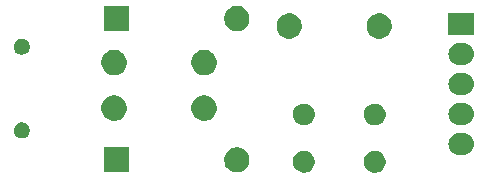
<source format=gbs>
%TF.GenerationSoftware,KiCad,Pcbnew,4.0.4+e1-6308~48~ubuntu14.04.1-stable*%
%TF.CreationDate,2016-11-21T12:40:55-08:00*%
%TF.ProjectId,usb-breakout,7573622D627265616B6F75742E6B6963,rev?*%
%TF.FileFunction,Soldermask,Bot*%
%FSLAX46Y46*%
G04 Gerber Fmt 4.6, Leading zero omitted, Abs format (unit mm)*
G04 Created by KiCad (PCBNEW 4.0.4+e1-6308~48~ubuntu14.04.1-stable) date Mon Nov 21 12:40:55 2016*
%MOMM*%
%LPD*%
G01*
G04 APERTURE LIST*
%ADD10C,0.350000*%
G04 APERTURE END LIST*
D10*
G36*
X131422386Y-104534715D02*
X131600307Y-104571237D01*
X131767758Y-104641627D01*
X131918341Y-104743197D01*
X132046329Y-104872081D01*
X132146843Y-105023369D01*
X132216062Y-105191305D01*
X132251272Y-105369127D01*
X132251272Y-105369142D01*
X132251339Y-105369481D01*
X132248442Y-105576945D01*
X132248366Y-105577279D01*
X132248366Y-105577292D01*
X132208202Y-105754072D01*
X132134326Y-105920002D01*
X132029623Y-106068427D01*
X131898085Y-106193688D01*
X131744723Y-106291016D01*
X131575379Y-106356700D01*
X131396503Y-106388241D01*
X131214904Y-106384436D01*
X131037502Y-106345432D01*
X130871055Y-106272713D01*
X130721907Y-106169053D01*
X130595731Y-106038394D01*
X130497336Y-105885713D01*
X130430468Y-105716827D01*
X130397681Y-105538180D01*
X130400216Y-105356559D01*
X130437982Y-105178888D01*
X130509535Y-105011940D01*
X130612155Y-104862068D01*
X130741929Y-104734984D01*
X130893919Y-104635525D01*
X131062331Y-104567482D01*
X131240748Y-104533447D01*
X131422386Y-104534715D01*
X131422386Y-104534715D01*
G37*
G36*
X137422386Y-104534715D02*
X137600307Y-104571237D01*
X137767758Y-104641627D01*
X137918341Y-104743197D01*
X138046329Y-104872081D01*
X138146843Y-105023369D01*
X138216062Y-105191305D01*
X138251272Y-105369127D01*
X138251272Y-105369142D01*
X138251339Y-105369481D01*
X138248442Y-105576945D01*
X138248366Y-105577279D01*
X138248366Y-105577292D01*
X138208202Y-105754072D01*
X138134326Y-105920002D01*
X138029623Y-106068427D01*
X137898085Y-106193688D01*
X137744723Y-106291016D01*
X137575379Y-106356700D01*
X137396503Y-106388241D01*
X137214904Y-106384436D01*
X137037502Y-106345432D01*
X136871055Y-106272713D01*
X136721907Y-106169053D01*
X136595731Y-106038394D01*
X136497336Y-105885713D01*
X136430468Y-105716827D01*
X136397681Y-105538180D01*
X136400216Y-105356559D01*
X136437982Y-105178888D01*
X136509535Y-105011940D01*
X136612155Y-104862068D01*
X136741929Y-104734984D01*
X136893919Y-104635525D01*
X137062331Y-104567482D01*
X137240748Y-104533447D01*
X137422386Y-104534715D01*
X137422386Y-104534715D01*
G37*
G36*
X125754088Y-104220724D02*
X125960726Y-104263141D01*
X126155204Y-104344892D01*
X126330091Y-104462855D01*
X126478736Y-104612541D01*
X126595475Y-104788248D01*
X126675863Y-104983284D01*
X126716769Y-105189874D01*
X126716769Y-105189884D01*
X126716836Y-105190223D01*
X126713472Y-105431172D01*
X126713395Y-105431510D01*
X126713395Y-105431519D01*
X126666737Y-105636887D01*
X126580936Y-105829599D01*
X126459334Y-106001980D01*
X126306566Y-106147459D01*
X126128453Y-106260493D01*
X125931772Y-106336780D01*
X125724027Y-106373412D01*
X125513117Y-106368993D01*
X125307084Y-106323695D01*
X125113772Y-106239238D01*
X124940551Y-106118846D01*
X124794009Y-105967099D01*
X124679733Y-105789776D01*
X124602073Y-105593631D01*
X124563993Y-105386149D01*
X124566938Y-105175215D01*
X124610799Y-104968868D01*
X124693902Y-104774974D01*
X124813085Y-104600912D01*
X124963804Y-104453316D01*
X125140325Y-104337805D01*
X125335919Y-104258779D01*
X125543133Y-104219252D01*
X125754088Y-104220724D01*
X125754088Y-104220724D01*
G37*
G36*
X116556790Y-106371390D02*
X114405410Y-106371390D01*
X114405410Y-104220010D01*
X116556790Y-104220010D01*
X116556790Y-106371390D01*
X116556790Y-106371390D01*
G37*
G36*
X144821749Y-103009777D02*
X144821754Y-103009778D01*
X144823807Y-103009792D01*
X145006080Y-103030237D01*
X145180912Y-103085697D01*
X145341641Y-103174058D01*
X145482146Y-103291956D01*
X145597076Y-103434900D01*
X145682052Y-103597445D01*
X145733839Y-103773399D01*
X145733843Y-103773440D01*
X145733844Y-103773444D01*
X145750463Y-103956058D01*
X145732648Y-104125556D01*
X145731290Y-104138473D01*
X145677052Y-104313687D01*
X145589815Y-104475029D01*
X145472900Y-104616355D01*
X145330762Y-104732279D01*
X145168815Y-104818388D01*
X144993226Y-104871402D01*
X144810685Y-104889300D01*
X144495283Y-104889300D01*
X144484251Y-104889223D01*
X144484246Y-104889222D01*
X144482193Y-104889208D01*
X144299920Y-104868763D01*
X144125088Y-104813303D01*
X143964359Y-104724942D01*
X143823854Y-104607044D01*
X143708924Y-104464100D01*
X143623948Y-104301555D01*
X143572161Y-104125601D01*
X143572157Y-104125560D01*
X143572156Y-104125556D01*
X143555537Y-103942942D01*
X143574705Y-103760574D01*
X143574710Y-103760527D01*
X143628948Y-103585313D01*
X143716185Y-103423971D01*
X143833100Y-103282645D01*
X143975238Y-103166721D01*
X144137185Y-103080612D01*
X144312774Y-103027598D01*
X144495315Y-103009700D01*
X144810717Y-103009700D01*
X144821749Y-103009777D01*
X144821749Y-103009777D01*
G37*
G36*
X107501428Y-102137048D02*
X107631322Y-102163712D01*
X107753577Y-102215103D01*
X107863515Y-102289257D01*
X107956952Y-102383349D01*
X108030341Y-102493808D01*
X108080875Y-102616412D01*
X108106562Y-102746141D01*
X108106562Y-102746156D01*
X108106629Y-102746495D01*
X108104514Y-102897960D01*
X108104438Y-102898294D01*
X108104438Y-102898307D01*
X108075136Y-103027278D01*
X108021201Y-103148419D01*
X107944759Y-103256782D01*
X107848726Y-103348233D01*
X107736760Y-103419289D01*
X107613122Y-103467245D01*
X107482531Y-103490272D01*
X107349947Y-103487494D01*
X107220431Y-103459019D01*
X107098910Y-103405927D01*
X106990021Y-103330247D01*
X106897902Y-103234856D01*
X106826065Y-103123386D01*
X106777246Y-103000084D01*
X106753309Y-102869659D01*
X106755160Y-102737061D01*
X106782732Y-102607346D01*
X106834971Y-102485461D01*
X106909893Y-102376042D01*
X107004641Y-102283258D01*
X107115599Y-102210648D01*
X107238557Y-102160970D01*
X107368815Y-102136123D01*
X107501428Y-102137048D01*
X107501428Y-102137048D01*
G37*
G36*
X137422386Y-100534715D02*
X137600307Y-100571237D01*
X137767758Y-100641627D01*
X137918341Y-100743197D01*
X138046329Y-100872081D01*
X138146843Y-101023369D01*
X138216062Y-101191305D01*
X138251272Y-101369127D01*
X138251272Y-101369142D01*
X138251339Y-101369481D01*
X138248442Y-101576945D01*
X138248366Y-101577279D01*
X138248366Y-101577292D01*
X138208202Y-101754072D01*
X138134326Y-101920002D01*
X138029623Y-102068427D01*
X137898085Y-102193688D01*
X137744723Y-102291016D01*
X137575379Y-102356700D01*
X137396503Y-102388241D01*
X137214904Y-102384436D01*
X137037502Y-102345432D01*
X136871055Y-102272713D01*
X136721907Y-102169053D01*
X136595731Y-102038394D01*
X136497336Y-101885713D01*
X136430468Y-101716827D01*
X136397681Y-101538180D01*
X136400216Y-101356559D01*
X136437982Y-101178888D01*
X136509535Y-101011940D01*
X136612155Y-100862068D01*
X136741929Y-100734984D01*
X136893919Y-100635525D01*
X137062331Y-100567482D01*
X137240748Y-100533447D01*
X137422386Y-100534715D01*
X137422386Y-100534715D01*
G37*
G36*
X131422386Y-100534715D02*
X131600307Y-100571237D01*
X131767758Y-100641627D01*
X131918341Y-100743197D01*
X132046329Y-100872081D01*
X132146843Y-101023369D01*
X132216062Y-101191305D01*
X132251272Y-101369127D01*
X132251272Y-101369142D01*
X132251339Y-101369481D01*
X132248442Y-101576945D01*
X132248366Y-101577279D01*
X132248366Y-101577292D01*
X132208202Y-101754072D01*
X132134326Y-101920002D01*
X132029623Y-102068427D01*
X131898085Y-102193688D01*
X131744723Y-102291016D01*
X131575379Y-102356700D01*
X131396503Y-102388241D01*
X131214904Y-102384436D01*
X131037502Y-102345432D01*
X130871055Y-102272713D01*
X130721907Y-102169053D01*
X130595731Y-102038394D01*
X130497336Y-101885713D01*
X130430468Y-101716827D01*
X130397681Y-101538180D01*
X130400216Y-101356559D01*
X130437982Y-101178888D01*
X130509535Y-101011940D01*
X130612155Y-100862068D01*
X130741929Y-100734984D01*
X130893919Y-100635525D01*
X131062331Y-100567482D01*
X131240748Y-100533447D01*
X131422386Y-100534715D01*
X131422386Y-100534715D01*
G37*
G36*
X144821749Y-100469777D02*
X144821754Y-100469778D01*
X144823807Y-100469792D01*
X145006080Y-100490237D01*
X145180912Y-100545697D01*
X145341641Y-100634058D01*
X145482146Y-100751956D01*
X145597076Y-100894900D01*
X145682052Y-101057445D01*
X145733839Y-101233399D01*
X145733843Y-101233440D01*
X145733844Y-101233444D01*
X145750463Y-101416058D01*
X145737627Y-101538180D01*
X145731290Y-101598473D01*
X145677052Y-101773687D01*
X145589815Y-101935029D01*
X145472900Y-102076355D01*
X145330762Y-102192279D01*
X145168815Y-102278388D01*
X144993226Y-102331402D01*
X144810685Y-102349300D01*
X144495283Y-102349300D01*
X144484251Y-102349223D01*
X144484246Y-102349222D01*
X144482193Y-102349208D01*
X144299920Y-102328763D01*
X144125088Y-102273303D01*
X143964359Y-102184942D01*
X143823854Y-102067044D01*
X143708924Y-101924100D01*
X143623948Y-101761555D01*
X143572161Y-101585601D01*
X143572157Y-101585560D01*
X143572156Y-101585556D01*
X143555537Y-101402942D01*
X143574705Y-101220574D01*
X143574710Y-101220527D01*
X143628948Y-101045313D01*
X143716185Y-100883971D01*
X143833100Y-100742645D01*
X143975238Y-100626721D01*
X144137185Y-100540612D01*
X144312774Y-100487598D01*
X144495315Y-100469700D01*
X144810717Y-100469700D01*
X144821749Y-100469777D01*
X144821749Y-100469777D01*
G37*
G36*
X122985488Y-99851924D02*
X123192126Y-99894341D01*
X123386604Y-99976092D01*
X123561491Y-100094055D01*
X123710136Y-100243741D01*
X123826875Y-100419448D01*
X123907263Y-100614484D01*
X123948169Y-100821074D01*
X123948169Y-100821084D01*
X123948236Y-100821423D01*
X123944872Y-101062372D01*
X123944795Y-101062710D01*
X123944795Y-101062719D01*
X123898137Y-101268087D01*
X123812336Y-101460799D01*
X123690734Y-101633180D01*
X123537966Y-101778659D01*
X123359853Y-101891693D01*
X123163172Y-101967980D01*
X122955427Y-102004612D01*
X122744517Y-102000193D01*
X122538484Y-101954895D01*
X122345172Y-101870438D01*
X122171951Y-101750046D01*
X122025409Y-101598299D01*
X121911133Y-101420976D01*
X121833473Y-101224831D01*
X121795393Y-101017349D01*
X121798338Y-100806415D01*
X121842199Y-100600068D01*
X121925302Y-100406174D01*
X122044485Y-100232112D01*
X122195204Y-100084516D01*
X122371725Y-99969005D01*
X122567319Y-99889979D01*
X122774533Y-99850452D01*
X122985488Y-99851924D01*
X122985488Y-99851924D01*
G37*
G36*
X115365488Y-99851924D02*
X115572126Y-99894341D01*
X115766604Y-99976092D01*
X115941491Y-100094055D01*
X116090136Y-100243741D01*
X116206875Y-100419448D01*
X116287263Y-100614484D01*
X116328169Y-100821074D01*
X116328169Y-100821084D01*
X116328236Y-100821423D01*
X116324872Y-101062372D01*
X116324795Y-101062710D01*
X116324795Y-101062719D01*
X116278137Y-101268087D01*
X116192336Y-101460799D01*
X116070734Y-101633180D01*
X115917966Y-101778659D01*
X115739853Y-101891693D01*
X115543172Y-101967980D01*
X115335427Y-102004612D01*
X115124517Y-102000193D01*
X114918484Y-101954895D01*
X114725172Y-101870438D01*
X114551951Y-101750046D01*
X114405409Y-101598299D01*
X114291133Y-101420976D01*
X114213473Y-101224831D01*
X114175393Y-101017349D01*
X114178338Y-100806415D01*
X114222199Y-100600068D01*
X114305302Y-100406174D01*
X114424485Y-100232112D01*
X114575204Y-100084516D01*
X114751725Y-99969005D01*
X114947319Y-99889979D01*
X115154533Y-99850452D01*
X115365488Y-99851924D01*
X115365488Y-99851924D01*
G37*
G36*
X144821749Y-97929777D02*
X144821754Y-97929778D01*
X144823807Y-97929792D01*
X145006080Y-97950237D01*
X145180912Y-98005697D01*
X145341641Y-98094058D01*
X145482146Y-98211956D01*
X145597076Y-98354900D01*
X145682052Y-98517445D01*
X145733839Y-98693399D01*
X145733843Y-98693440D01*
X145733844Y-98693444D01*
X145750463Y-98876058D01*
X145732648Y-99045556D01*
X145731290Y-99058473D01*
X145677052Y-99233687D01*
X145589815Y-99395029D01*
X145472900Y-99536355D01*
X145330762Y-99652279D01*
X145168815Y-99738388D01*
X144993226Y-99791402D01*
X144810685Y-99809300D01*
X144495283Y-99809300D01*
X144484251Y-99809223D01*
X144484246Y-99809222D01*
X144482193Y-99809208D01*
X144299920Y-99788763D01*
X144125088Y-99733303D01*
X143964359Y-99644942D01*
X143823854Y-99527044D01*
X143708924Y-99384100D01*
X143623948Y-99221555D01*
X143572161Y-99045601D01*
X143572157Y-99045560D01*
X143572156Y-99045556D01*
X143555537Y-98862942D01*
X143574705Y-98680574D01*
X143574710Y-98680527D01*
X143628948Y-98505313D01*
X143716185Y-98343971D01*
X143833100Y-98202645D01*
X143975238Y-98086721D01*
X144137185Y-98000612D01*
X144312774Y-97947598D01*
X144495315Y-97929700D01*
X144810717Y-97929700D01*
X144821749Y-97929777D01*
X144821749Y-97929777D01*
G37*
G36*
X115365488Y-95991124D02*
X115572126Y-96033541D01*
X115766604Y-96115292D01*
X115941491Y-96233255D01*
X116090136Y-96382941D01*
X116206875Y-96558648D01*
X116287263Y-96753684D01*
X116328169Y-96960274D01*
X116328169Y-96960284D01*
X116328236Y-96960623D01*
X116324872Y-97201572D01*
X116324795Y-97201910D01*
X116324795Y-97201919D01*
X116278137Y-97407287D01*
X116192336Y-97599999D01*
X116070734Y-97772380D01*
X115917966Y-97917859D01*
X115739853Y-98030893D01*
X115543172Y-98107180D01*
X115335427Y-98143812D01*
X115124517Y-98139393D01*
X114918484Y-98094095D01*
X114725172Y-98009638D01*
X114551951Y-97889246D01*
X114405409Y-97737499D01*
X114291133Y-97560176D01*
X114213473Y-97364031D01*
X114175393Y-97156549D01*
X114178338Y-96945615D01*
X114222199Y-96739268D01*
X114305302Y-96545374D01*
X114424485Y-96371312D01*
X114575204Y-96223716D01*
X114751725Y-96108205D01*
X114947319Y-96029179D01*
X115154533Y-95989652D01*
X115365488Y-95991124D01*
X115365488Y-95991124D01*
G37*
G36*
X122985488Y-95991124D02*
X123192126Y-96033541D01*
X123386604Y-96115292D01*
X123561491Y-96233255D01*
X123710136Y-96382941D01*
X123826875Y-96558648D01*
X123907263Y-96753684D01*
X123948169Y-96960274D01*
X123948169Y-96960284D01*
X123948236Y-96960623D01*
X123944872Y-97201572D01*
X123944795Y-97201910D01*
X123944795Y-97201919D01*
X123898137Y-97407287D01*
X123812336Y-97599999D01*
X123690734Y-97772380D01*
X123537966Y-97917859D01*
X123359853Y-98030893D01*
X123163172Y-98107180D01*
X122955427Y-98143812D01*
X122744517Y-98139393D01*
X122538484Y-98094095D01*
X122345172Y-98009638D01*
X122171951Y-97889246D01*
X122025409Y-97737499D01*
X121911133Y-97560176D01*
X121833473Y-97364031D01*
X121795393Y-97156549D01*
X121798338Y-96945615D01*
X121842199Y-96739268D01*
X121925302Y-96545374D01*
X122044485Y-96371312D01*
X122195204Y-96223716D01*
X122371725Y-96108205D01*
X122567319Y-96029179D01*
X122774533Y-95989652D01*
X122985488Y-95991124D01*
X122985488Y-95991124D01*
G37*
G36*
X144821749Y-95389777D02*
X144821754Y-95389778D01*
X144823807Y-95389792D01*
X145006080Y-95410237D01*
X145180912Y-95465697D01*
X145341641Y-95554058D01*
X145482146Y-95671956D01*
X145597076Y-95814900D01*
X145682052Y-95977445D01*
X145733839Y-96153399D01*
X145733843Y-96153440D01*
X145733844Y-96153444D01*
X145750463Y-96336058D01*
X145732648Y-96505556D01*
X145731290Y-96518473D01*
X145677052Y-96693687D01*
X145589815Y-96855029D01*
X145472900Y-96996355D01*
X145330762Y-97112279D01*
X145168815Y-97198388D01*
X144993226Y-97251402D01*
X144810685Y-97269300D01*
X144495283Y-97269300D01*
X144484251Y-97269223D01*
X144484246Y-97269222D01*
X144482193Y-97269208D01*
X144299920Y-97248763D01*
X144125088Y-97193303D01*
X143964359Y-97104942D01*
X143823854Y-96987044D01*
X143708924Y-96844100D01*
X143623948Y-96681555D01*
X143572161Y-96505601D01*
X143572157Y-96505560D01*
X143572156Y-96505556D01*
X143555537Y-96322942D01*
X143574705Y-96140574D01*
X143574710Y-96140527D01*
X143628948Y-95965313D01*
X143716185Y-95803971D01*
X143833100Y-95662645D01*
X143975238Y-95546721D01*
X144137185Y-95460612D01*
X144312774Y-95407598D01*
X144495315Y-95389700D01*
X144810717Y-95389700D01*
X144821749Y-95389777D01*
X144821749Y-95389777D01*
G37*
G36*
X107501428Y-95037048D02*
X107631322Y-95063712D01*
X107753577Y-95115103D01*
X107863515Y-95189257D01*
X107956952Y-95283349D01*
X108030341Y-95393808D01*
X108080875Y-95516412D01*
X108106562Y-95646141D01*
X108106562Y-95646156D01*
X108106629Y-95646495D01*
X108104514Y-95797960D01*
X108104438Y-95798294D01*
X108104438Y-95798307D01*
X108075136Y-95927278D01*
X108021201Y-96048419D01*
X107944759Y-96156782D01*
X107848726Y-96248233D01*
X107736760Y-96319289D01*
X107613122Y-96367245D01*
X107482531Y-96390272D01*
X107349947Y-96387494D01*
X107220431Y-96359019D01*
X107098910Y-96305927D01*
X106990021Y-96230247D01*
X106897902Y-96134856D01*
X106826065Y-96023386D01*
X106777246Y-95900084D01*
X106753309Y-95769659D01*
X106755160Y-95637061D01*
X106782732Y-95507346D01*
X106834971Y-95385461D01*
X106909893Y-95276042D01*
X107004641Y-95183258D01*
X107115599Y-95110648D01*
X107238557Y-95060970D01*
X107368815Y-95036123D01*
X107501428Y-95037048D01*
X107501428Y-95037048D01*
G37*
G36*
X130199088Y-92905024D02*
X130405726Y-92947441D01*
X130600204Y-93029192D01*
X130775091Y-93147155D01*
X130923736Y-93296841D01*
X131040475Y-93472548D01*
X131120863Y-93667584D01*
X131161769Y-93874174D01*
X131161769Y-93874184D01*
X131161836Y-93874523D01*
X131158472Y-94115472D01*
X131158395Y-94115810D01*
X131158395Y-94115819D01*
X131111737Y-94321187D01*
X131025936Y-94513899D01*
X130904334Y-94686280D01*
X130751566Y-94831759D01*
X130573453Y-94944793D01*
X130376772Y-95021080D01*
X130169027Y-95057712D01*
X129958117Y-95053293D01*
X129752084Y-95007995D01*
X129558772Y-94923538D01*
X129385551Y-94803146D01*
X129239009Y-94651399D01*
X129124733Y-94474076D01*
X129047073Y-94277931D01*
X129008993Y-94070449D01*
X129011938Y-93859515D01*
X129055799Y-93653168D01*
X129138902Y-93459274D01*
X129258085Y-93285212D01*
X129408804Y-93137616D01*
X129585325Y-93022105D01*
X129780919Y-92943079D01*
X129988133Y-92903552D01*
X130199088Y-92905024D01*
X130199088Y-92905024D01*
G37*
G36*
X137819088Y-92905024D02*
X138025726Y-92947441D01*
X138220204Y-93029192D01*
X138395091Y-93147155D01*
X138543736Y-93296841D01*
X138660475Y-93472548D01*
X138740863Y-93667584D01*
X138781769Y-93874174D01*
X138781769Y-93874184D01*
X138781836Y-93874523D01*
X138778472Y-94115472D01*
X138778395Y-94115810D01*
X138778395Y-94115819D01*
X138731737Y-94321187D01*
X138645936Y-94513899D01*
X138524334Y-94686280D01*
X138371566Y-94831759D01*
X138193453Y-94944793D01*
X137996772Y-95021080D01*
X137789027Y-95057712D01*
X137578117Y-95053293D01*
X137372084Y-95007995D01*
X137178772Y-94923538D01*
X137005551Y-94803146D01*
X136859009Y-94651399D01*
X136744733Y-94474076D01*
X136667073Y-94277931D01*
X136628993Y-94070449D01*
X136631938Y-93859515D01*
X136675799Y-93653168D01*
X136758902Y-93459274D01*
X136878085Y-93285212D01*
X137028804Y-93137616D01*
X137205325Y-93022105D01*
X137400919Y-92943079D01*
X137608133Y-92903552D01*
X137819088Y-92905024D01*
X137819088Y-92905024D01*
G37*
G36*
X145745200Y-94729300D02*
X143560800Y-94729300D01*
X143560800Y-92849700D01*
X145745200Y-92849700D01*
X145745200Y-94729300D01*
X145745200Y-94729300D01*
G37*
G36*
X125754088Y-92270024D02*
X125960726Y-92312441D01*
X126155204Y-92394192D01*
X126330091Y-92512155D01*
X126478736Y-92661841D01*
X126595475Y-92837548D01*
X126675863Y-93032584D01*
X126716769Y-93239174D01*
X126716769Y-93239184D01*
X126716836Y-93239523D01*
X126713472Y-93480472D01*
X126713395Y-93480810D01*
X126713395Y-93480819D01*
X126666737Y-93686187D01*
X126580936Y-93878899D01*
X126459334Y-94051280D01*
X126306566Y-94196759D01*
X126128453Y-94309793D01*
X125931772Y-94386080D01*
X125724027Y-94422712D01*
X125513117Y-94418293D01*
X125307084Y-94372995D01*
X125113772Y-94288538D01*
X124940551Y-94168146D01*
X124794009Y-94016399D01*
X124679733Y-93839076D01*
X124602073Y-93642931D01*
X124563993Y-93435449D01*
X124566938Y-93224515D01*
X124610799Y-93018168D01*
X124693902Y-92824274D01*
X124813085Y-92650212D01*
X124963804Y-92502616D01*
X125140325Y-92387105D01*
X125335919Y-92308079D01*
X125543133Y-92268552D01*
X125754088Y-92270024D01*
X125754088Y-92270024D01*
G37*
G36*
X116556790Y-94420690D02*
X114405410Y-94420690D01*
X114405410Y-92269310D01*
X116556790Y-92269310D01*
X116556790Y-94420690D01*
X116556790Y-94420690D01*
G37*
M02*

</source>
